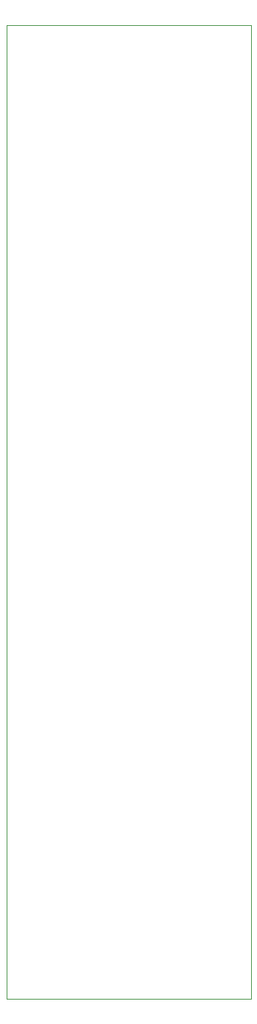
<source format=gm1>
%TF.GenerationSoftware,KiCad,Pcbnew,(7.0.0)*%
%TF.CreationDate,2023-02-22T07:55:50-05:00*%
%TF.ProjectId,ER-MIXER5-02,45522d4d-4958-4455-9235-2d30322e6b69,1*%
%TF.SameCoordinates,Original*%
%TF.FileFunction,Profile,NP*%
%FSLAX46Y46*%
G04 Gerber Fmt 4.6, Leading zero omitted, Abs format (unit mm)*
G04 Created by KiCad (PCBNEW (7.0.0)) date 2023-02-22 07:55:50*
%MOMM*%
%LPD*%
G01*
G04 APERTURE LIST*
%TA.AperFunction,Profile*%
%ADD10C,0.100000*%
%TD*%
G04 APERTURE END LIST*
D10*
X1100000Y-8500000D02*
X29100000Y-8500000D01*
X29100000Y-8500000D02*
X29100000Y-120000000D01*
X29100000Y-120000000D02*
X1100000Y-120000000D01*
X1100000Y-120000000D02*
X1100000Y-8500000D01*
M02*

</source>
